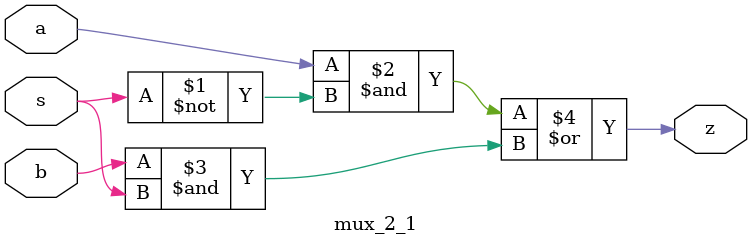
<source format=sv>
module mux_2_1(input logic a,b,s,
					output logic z);
		 
		 assign z = (a&~s)|(b&s);
							
				
endmodule

</source>
